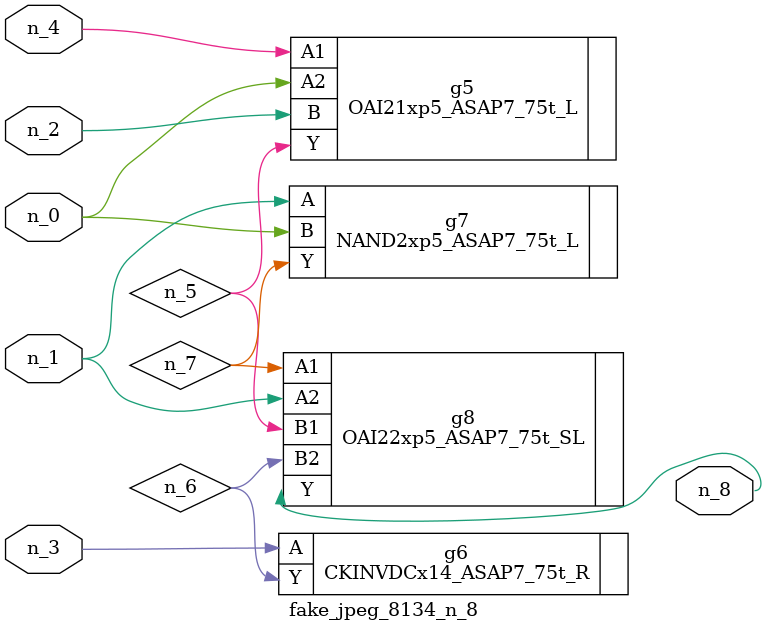
<source format=v>
module fake_jpeg_8134_n_8 (n_3, n_2, n_1, n_0, n_4, n_8);

input n_3;
input n_2;
input n_1;
input n_0;
input n_4;

output n_8;

wire n_6;
wire n_5;
wire n_7;

OAI21xp5_ASAP7_75t_L g5 ( 
.A1(n_4),
.A2(n_0),
.B(n_2),
.Y(n_5)
);

CKINVDCx14_ASAP7_75t_R g6 ( 
.A(n_3),
.Y(n_6)
);

NAND2xp5_ASAP7_75t_L g7 ( 
.A(n_1),
.B(n_0),
.Y(n_7)
);

OAI22xp5_ASAP7_75t_SL g8 ( 
.A1(n_7),
.A2(n_1),
.B1(n_5),
.B2(n_6),
.Y(n_8)
);


endmodule
</source>
